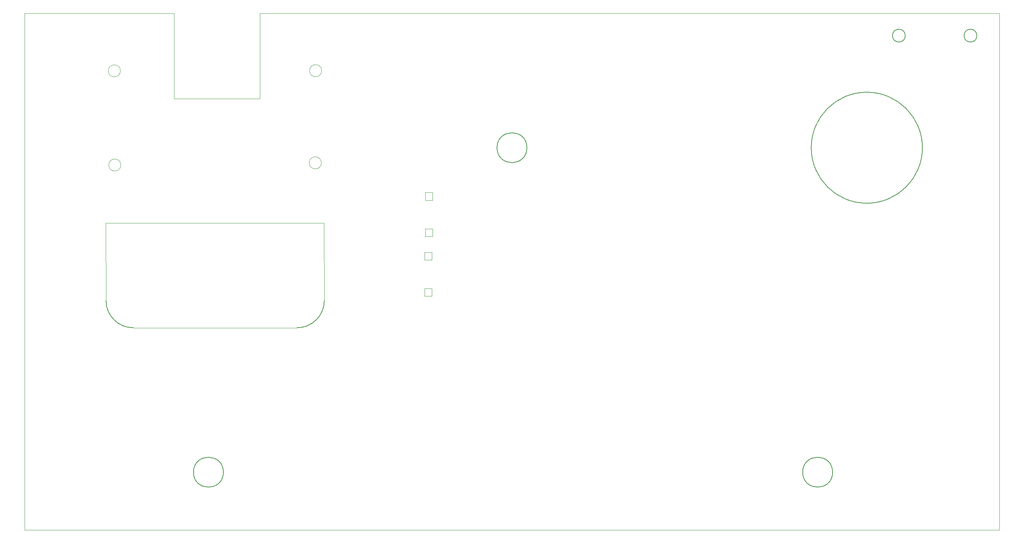
<source format=gbr>
%TF.GenerationSoftware,KiCad,Pcbnew,7.0.10*%
%TF.CreationDate,2024-02-29T16:26:42-05:00*%
%TF.ProjectId,Telstar Alpha,54656c73-7461-4722-9041-6c7068612e6b,0.1*%
%TF.SameCoordinates,Original*%
%TF.FileFunction,Profile,NP*%
%FSLAX46Y46*%
G04 Gerber Fmt 4.6, Leading zero omitted, Abs format (unit mm)*
G04 Created by KiCad (PCBNEW 7.0.10) date 2024-02-29 16:26:42*
%MOMM*%
%LPD*%
G01*
G04 APERTURE LIST*
%TA.AperFunction,Profile*%
%ADD10C,0.200000*%
%TD*%
%TA.AperFunction,Profile*%
%ADD11C,0.100000*%
%TD*%
%TA.AperFunction,Profile*%
%ADD12C,0.010000*%
%TD*%
G04 APERTURE END LIST*
D10*
X39050000Y-87310000D02*
G75*
G03*
X45400000Y-93660000I6350000J0D01*
G01*
X209000000Y-127500000D02*
G75*
G03*
X202000000Y-127500000I-3500000J0D01*
G01*
X202000000Y-127500000D02*
G75*
G03*
X209000000Y-127500000I3500000J0D01*
G01*
D11*
X90104000Y-87310000D02*
X90053200Y-69123600D01*
X20000000Y-20000000D02*
X55000000Y-20000000D01*
X20000000Y-141000000D02*
X20000000Y-20000000D01*
X75000000Y-20000000D02*
X248000000Y-20000000D01*
X90053200Y-69123600D02*
X38999200Y-69123600D01*
X89486214Y-33462000D02*
G75*
G03*
X86657786Y-33462000I-1414214J0D01*
G01*
X86657786Y-33462000D02*
G75*
G03*
X89486214Y-33462000I1414214J0D01*
G01*
D10*
X230000000Y-51500000D02*
G75*
G03*
X204000000Y-51500000I-13000000J0D01*
G01*
X204000000Y-51500000D02*
G75*
G03*
X230000000Y-51500000I13000000J0D01*
G01*
D11*
X45400000Y-93660000D02*
X83754000Y-93660000D01*
X248000000Y-141000000D02*
X20000000Y-141000000D01*
D10*
X226000000Y-25250000D02*
G75*
G03*
X223000000Y-25250000I-1500000J0D01*
G01*
X223000000Y-25250000D02*
G75*
G03*
X226000000Y-25250000I1500000J0D01*
G01*
D11*
X75000000Y-40000000D02*
X75000000Y-20000000D01*
X248000000Y-20000000D02*
X248000000Y-141000000D01*
D10*
X83754000Y-93660000D02*
G75*
G03*
X90104000Y-87310000I0J6350000D01*
G01*
D11*
X42414214Y-33500000D02*
G75*
G03*
X39585786Y-33500000I-1414214J0D01*
G01*
X39585786Y-33500000D02*
G75*
G03*
X42414214Y-33500000I1414214J0D01*
G01*
D10*
X66500000Y-127500000D02*
G75*
G03*
X59500000Y-127500000I-3500000J0D01*
G01*
X59500000Y-127500000D02*
G75*
G03*
X66500000Y-127500000I3500000J0D01*
G01*
X242750000Y-25250000D02*
G75*
G03*
X239750000Y-25250000I-1500000J0D01*
G01*
X239750000Y-25250000D02*
G75*
G03*
X242750000Y-25250000I1500000J0D01*
G01*
X137500000Y-51500000D02*
G75*
G03*
X130500000Y-51500000I-3500000J0D01*
G01*
X130500000Y-51500000D02*
G75*
G03*
X137500000Y-51500000I3500000J0D01*
G01*
D11*
X55000000Y-20000000D02*
X55000000Y-40000000D01*
X55000000Y-40000000D02*
X75000000Y-40000000D01*
X89414214Y-55052000D02*
G75*
G03*
X86585786Y-55052000I-1414214J0D01*
G01*
X86585786Y-55052000D02*
G75*
G03*
X89414214Y-55052000I1414214J0D01*
G01*
X42496214Y-55560000D02*
G75*
G03*
X39667786Y-55560000I-1414214J0D01*
G01*
X39667786Y-55560000D02*
G75*
G03*
X42496214Y-55560000I1414214J0D01*
G01*
X38999200Y-69123600D02*
X39050000Y-87310000D01*
D12*
%TO.C,J6*%
X115457000Y-72284000D02*
X115457000Y-70484000D01*
X115457000Y-70484000D02*
X113757000Y-70484000D01*
X115457000Y-63784000D02*
X115457000Y-61984000D01*
X115457000Y-61984000D02*
X113757000Y-61984000D01*
X113757000Y-72284000D02*
X115457000Y-72284000D01*
X113757000Y-70484000D02*
X113757000Y-72284000D01*
X113757000Y-63784000D02*
X115457000Y-63784000D01*
X113757000Y-61984000D02*
X113757000Y-63784000D01*
%TO.C,J5*%
X115249900Y-86284000D02*
X115249900Y-84484000D01*
X115249900Y-84484000D02*
X113549900Y-84484000D01*
X115249900Y-77784000D02*
X115249900Y-75984000D01*
X115249900Y-75984000D02*
X113549900Y-75984000D01*
X113549900Y-86284000D02*
X115249900Y-86284000D01*
X113549900Y-84484000D02*
X113549900Y-86284000D01*
X113549900Y-77784000D02*
X115249900Y-77784000D01*
X113549900Y-75984000D02*
X113549900Y-77784000D01*
%TD*%
M02*

</source>
